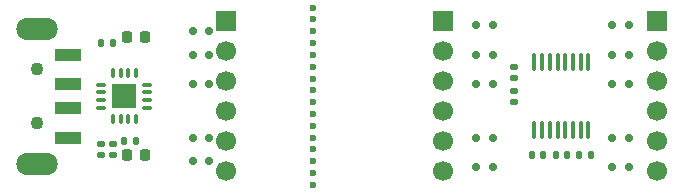
<source format=gbr>
%TF.GenerationSoftware,KiCad,Pcbnew,9.0.2-9.0.2-0~ubuntu24.04.1*%
%TF.CreationDate,2025-05-22T23:02:18+02:00*%
%TF.ProjectId,USB-UART,5553422d-5541-4525-942e-6b696361645f,rev?*%
%TF.SameCoordinates,Original*%
%TF.FileFunction,Soldermask,Top*%
%TF.FilePolarity,Negative*%
%FSLAX46Y46*%
G04 Gerber Fmt 4.6, Leading zero omitted, Abs format (unit mm)*
G04 Created by KiCad (PCBNEW 9.0.2-9.0.2-0~ubuntu24.04.1) date 2025-05-22 23:02:18*
%MOMM*%
%LPD*%
G01*
G04 APERTURE LIST*
G04 Aperture macros list*
%AMRoundRect*
0 Rectangle with rounded corners*
0 $1 Rounding radius*
0 $2 $3 $4 $5 $6 $7 $8 $9 X,Y pos of 4 corners*
0 Add a 4 corners polygon primitive as box body*
4,1,4,$2,$3,$4,$5,$6,$7,$8,$9,$2,$3,0*
0 Add four circle primitives for the rounded corners*
1,1,$1+$1,$2,$3*
1,1,$1+$1,$4,$5*
1,1,$1+$1,$6,$7*
1,1,$1+$1,$8,$9*
0 Add four rect primitives between the rounded corners*
20,1,$1+$1,$2,$3,$4,$5,0*
20,1,$1+$1,$4,$5,$6,$7,0*
20,1,$1+$1,$6,$7,$8,$9,0*
20,1,$1+$1,$8,$9,$2,$3,0*%
G04 Aperture macros list end*
%ADD10C,0.600000*%
%ADD11R,1.700000X1.700000*%
%ADD12C,1.700000*%
%ADD13RoundRect,0.150000X0.150000X0.200000X-0.150000X0.200000X-0.150000X-0.200000X0.150000X-0.200000X0*%
%ADD14RoundRect,0.150000X-0.150000X-0.200000X0.150000X-0.200000X0.150000X0.200000X-0.150000X0.200000X0*%
%ADD15RoundRect,0.100000X0.100000X-0.637500X0.100000X0.637500X-0.100000X0.637500X-0.100000X-0.637500X0*%
%ADD16RoundRect,0.140000X-0.170000X0.140000X-0.170000X-0.140000X0.170000X-0.140000X0.170000X0.140000X0*%
%ADD17RoundRect,0.140000X-0.140000X-0.170000X0.140000X-0.170000X0.140000X0.170000X-0.140000X0.170000X0*%
%ADD18C,1.100000*%
%ADD19R,2.200000X1.100000*%
%ADD20O,3.500000X1.900000*%
%ADD21RoundRect,0.218750X-0.218750X-0.256250X0.218750X-0.256250X0.218750X0.256250X-0.218750X0.256250X0*%
%ADD22RoundRect,0.135000X-0.135000X-0.185000X0.135000X-0.185000X0.135000X0.185000X-0.135000X0.185000X0*%
%ADD23RoundRect,0.135000X0.135000X0.185000X-0.135000X0.185000X-0.135000X-0.185000X0.135000X-0.185000X0*%
%ADD24RoundRect,0.075000X-0.075000X0.350000X-0.075000X-0.350000X0.075000X-0.350000X0.075000X0.350000X0*%
%ADD25RoundRect,0.075000X-0.350000X0.075000X-0.350000X-0.075000X0.350000X-0.075000X0.350000X0.075000X0*%
%ADD26R,2.100000X2.100000*%
G04 APERTURE END LIST*
D10*
%TO.C,REF\u002A\u002A*%
X156000000Y-102500000D03*
X156000000Y-101500000D03*
X156000000Y-100500000D03*
X156000000Y-99500000D03*
%TD*%
%TO.C,REF\u002A\u002A*%
X156000000Y-98500000D03*
X156000000Y-97500000D03*
X156000000Y-96500000D03*
X156000000Y-95500000D03*
%TD*%
%TO.C,REF\u002A\u002A*%
X156000000Y-94500000D03*
X156000000Y-93500000D03*
X156000000Y-92500000D03*
X156000000Y-91500000D03*
%TD*%
%TO.C,REF\u002A\u002A*%
X156000000Y-90500000D03*
X156000000Y-89500000D03*
X156000000Y-88500000D03*
X156000000Y-87500000D03*
%TD*%
D11*
%TO.C,J3*%
X185115000Y-88650000D03*
D12*
X185115000Y-91190000D03*
X185115000Y-93730000D03*
X185115000Y-96270000D03*
X185115000Y-98810000D03*
X185115000Y-101350000D03*
%TD*%
D13*
%TO.C,D17*%
X169800000Y-101000000D03*
X171200000Y-101000000D03*
%TD*%
%TO.C,D16*%
X169800000Y-98500000D03*
X171200000Y-98500000D03*
%TD*%
%TO.C,D15*%
X169800000Y-94000000D03*
X171200000Y-94000000D03*
%TD*%
%TO.C,D14*%
X169800000Y-91500000D03*
X171200000Y-91500000D03*
%TD*%
%TO.C,D13*%
X169800000Y-89000000D03*
X171200000Y-89000000D03*
%TD*%
D14*
%TO.C,D12*%
X182700000Y-101000000D03*
X181300000Y-101000000D03*
%TD*%
%TO.C,D11*%
X182700000Y-98500000D03*
X181300000Y-98500000D03*
%TD*%
%TO.C,D10*%
X182700000Y-94000000D03*
X181300000Y-94000000D03*
%TD*%
%TO.C,D9*%
X182700000Y-91500000D03*
X181300000Y-91500000D03*
%TD*%
%TO.C,D8*%
X182700000Y-89000000D03*
X181300000Y-89000000D03*
%TD*%
D11*
%TO.C,J4*%
X167000000Y-88650000D03*
D12*
X167000000Y-91190000D03*
X167000000Y-93730000D03*
X167000000Y-96270000D03*
X167000000Y-98810000D03*
X167000000Y-101350000D03*
%TD*%
D15*
%TO.C,U5*%
X174725000Y-97862500D03*
X175375000Y-97862500D03*
X176025000Y-97862500D03*
X176675000Y-97862500D03*
X177325000Y-97862500D03*
X177975000Y-97862500D03*
X178625000Y-97862500D03*
X179275000Y-97862500D03*
X179275000Y-92137500D03*
X178625000Y-92137500D03*
X177975000Y-92137500D03*
X177325000Y-92137500D03*
X176675000Y-92137500D03*
X176025000Y-92137500D03*
X175375000Y-92137500D03*
X174725000Y-92137500D03*
%TD*%
D16*
%TO.C,C10*%
X173000000Y-92520000D03*
X173000000Y-93480000D03*
%TD*%
%TO.C,C9*%
X173000000Y-94520000D03*
X173000000Y-95480000D03*
%TD*%
D17*
%TO.C,C8*%
X178520000Y-100000000D03*
X179480000Y-100000000D03*
%TD*%
%TO.C,C7*%
X176520000Y-100000000D03*
X177480000Y-100000000D03*
%TD*%
%TO.C,C6*%
X174520000Y-100000000D03*
X175480000Y-100000000D03*
%TD*%
D18*
%TO.C,J1*%
X132600000Y-97300000D03*
X132600000Y-92700000D03*
D19*
X135200000Y-98500000D03*
X135200000Y-96000000D03*
X135200000Y-94000000D03*
X135200000Y-91500000D03*
D20*
X132600000Y-100700000D03*
X132600000Y-89300000D03*
%TD*%
D21*
%TO.C,D1*%
X140212500Y-100000000D03*
X141787500Y-100000000D03*
%TD*%
D14*
%TO.C,D7*%
X147200000Y-100500000D03*
X145800000Y-100500000D03*
%TD*%
D21*
%TO.C,D2*%
X140212500Y-90000000D03*
X141787500Y-90000000D03*
%TD*%
D22*
%TO.C,R5*%
X139990000Y-98800000D03*
X141010000Y-98800000D03*
%TD*%
D16*
%TO.C,C1*%
X138000000Y-99020000D03*
X138000000Y-99980000D03*
%TD*%
D23*
%TO.C,R6*%
X139010000Y-90500000D03*
X137990000Y-90500000D03*
%TD*%
D14*
%TO.C,D6*%
X147200000Y-98500000D03*
X145800000Y-98500000D03*
%TD*%
%TO.C,D5*%
X147200000Y-94000000D03*
X145800000Y-94000000D03*
%TD*%
D16*
%TO.C,C2*%
X139000000Y-99020000D03*
X139000000Y-99980000D03*
%TD*%
D14*
%TO.C,D3*%
X147200000Y-89500000D03*
X145800000Y-89500000D03*
%TD*%
%TO.C,D4*%
X147200000Y-91500000D03*
X145800000Y-91500000D03*
%TD*%
D24*
%TO.C,U2*%
X140975000Y-93050000D03*
X140325000Y-93050000D03*
X139675000Y-93050000D03*
X139025000Y-93050000D03*
D25*
X138050000Y-94025000D03*
X138050000Y-94675000D03*
X138050000Y-95325000D03*
X138050000Y-95975000D03*
D24*
X139025000Y-96950000D03*
X139675000Y-96950000D03*
X140325000Y-96950000D03*
X140975000Y-96950000D03*
D25*
X141950000Y-95975000D03*
X141950000Y-95325000D03*
X141950000Y-94675000D03*
X141950000Y-94025000D03*
D26*
X140000000Y-95000000D03*
%TD*%
D11*
%TO.C,J2*%
X148625000Y-88650000D03*
D12*
X148625000Y-91190000D03*
X148625000Y-93730000D03*
X148625000Y-96270000D03*
X148625000Y-98810000D03*
X148625000Y-101350000D03*
%TD*%
M02*

</source>
